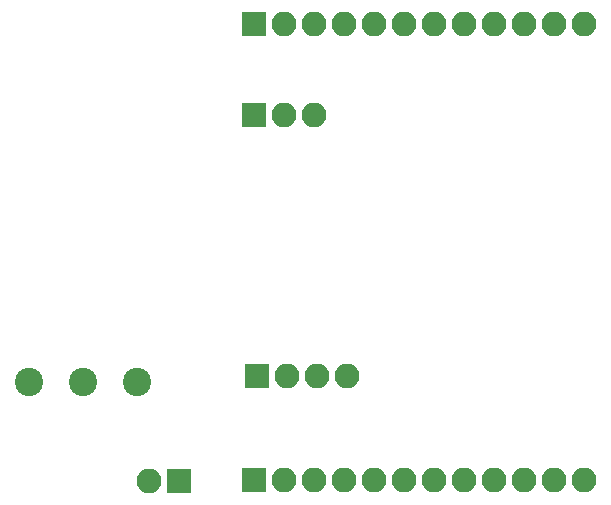
<source format=gbr>
G04 #@! TF.GenerationSoftware,KiCad,Pcbnew,5.0.0-rc2-dev-unknown-e0e0687~62~ubuntu16.04.1*
G04 #@! TF.CreationDate,2018-03-18T12:22:30+01:00*
G04 #@! TF.ProjectId,GhostSensorBoard,47686F737453656E736F72426F617264,rev?*
G04 #@! TF.SameCoordinates,Original*
G04 #@! TF.FileFunction,Soldermask,Bot*
G04 #@! TF.FilePolarity,Negative*
%FSLAX46Y46*%
G04 Gerber Fmt 4.6, Leading zero omitted, Abs format (unit mm)*
G04 Created by KiCad (PCBNEW 5.0.0-rc2-dev-unknown-e0e0687~62~ubuntu16.04.1) date Sun Mar 18 12:22:30 2018*
%MOMM*%
%LPD*%
G01*
G04 APERTURE LIST*
%ADD10R,2.100000X2.100000*%
%ADD11O,2.100000X2.100000*%
%ADD12C,2.400000*%
G04 APERTURE END LIST*
D10*
X144600000Y-119050000D03*
D11*
X142060000Y-119050000D03*
D10*
X150970000Y-88100000D03*
D11*
X153510000Y-88100000D03*
X156050000Y-88100000D03*
D10*
X151010000Y-80400000D03*
D11*
X153550000Y-80400000D03*
X156090000Y-80400000D03*
X158630000Y-80400000D03*
X161170000Y-80400000D03*
X163710000Y-80400000D03*
X166250000Y-80400000D03*
X168790000Y-80400000D03*
X171330000Y-80400000D03*
X173870000Y-80400000D03*
X176410000Y-80400000D03*
X178950000Y-80400000D03*
X178950000Y-119000000D03*
X176410000Y-119000000D03*
X173870000Y-119000000D03*
X171330000Y-119000000D03*
X168790000Y-119000000D03*
X166250000Y-119000000D03*
X163710000Y-119000000D03*
X161170000Y-119000000D03*
X158630000Y-119000000D03*
X156090000Y-119000000D03*
X153550000Y-119000000D03*
D10*
X151010000Y-119000000D03*
D12*
X131900000Y-110700000D03*
X136500000Y-110700000D03*
X141100000Y-110700000D03*
D10*
X151200000Y-110200000D03*
D11*
X153740000Y-110200000D03*
X156280000Y-110200000D03*
X158820000Y-110200000D03*
M02*

</source>
